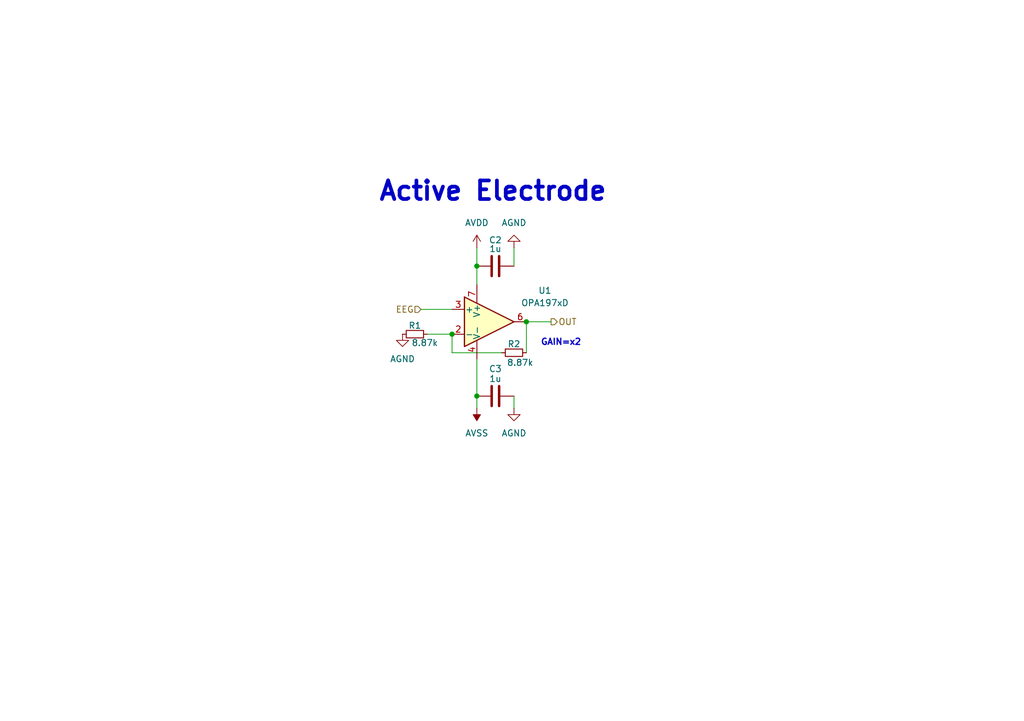
<source format=kicad_sch>
(kicad_sch
	(version 20250114)
	(generator "eeschema")
	(generator_version "9.0")
	(uuid "1d5f58b3-c1f4-4f17-b541-8603da8add77")
	(paper "A5")
	(title_block
		(title "Active Electrode")
		(date "2025-04-05")
	)
	(lib_symbols
		(symbol "Amplifier_Operational:OPA197xD"
			(pin_names
				(offset 0.127)
			)
			(exclude_from_sim no)
			(in_bom yes)
			(on_board yes)
			(property "Reference" "U"
				(at 0 6.35 0)
				(effects
					(font
						(size 1.27 1.27)
					)
					(justify left)
				)
			)
			(property "Value" "OPA197xD"
				(at 0 3.81 0)
				(effects
					(font
						(size 1.27 1.27)
					)
					(justify left)
				)
			)
			(property "Footprint" "Package_SO:SOIC-8_3.9x4.9mm_P1.27mm"
				(at -2.54 -5.08 0)
				(effects
					(font
						(size 1.27 1.27)
					)
					(justify left)
					(hide yes)
				)
			)
			(property "Datasheet" "http://www.ti.com/lit/ds/symlink/opa197.pdf"
				(at 3.81 3.81 0)
				(effects
					(font
						(size 1.27 1.27)
					)
					(hide yes)
				)
			)
			(property "Description" "Single 36V, Precision, Rail-to-Rail Input/Output, Low Offset Voltage, Operational Amplifier, SOIC-8"
				(at 0 0 0)
				(effects
					(font
						(size 1.27 1.27)
					)
					(hide yes)
				)
			)
			(property "ki_keywords" "single opamp rtor"
				(at 0 0 0)
				(effects
					(font
						(size 1.27 1.27)
					)
					(hide yes)
				)
			)
			(property "ki_fp_filters" "SOIC*3.9x4.9mm*P1.27mm*"
				(at 0 0 0)
				(effects
					(font
						(size 1.27 1.27)
					)
					(hide yes)
				)
			)
			(symbol "OPA197xD_0_1"
				(polyline
					(pts
						(xy -5.08 5.08) (xy 5.08 0) (xy -5.08 -5.08) (xy -5.08 5.08)
					)
					(stroke
						(width 0.254)
						(type default)
					)
					(fill
						(type background)
					)
				)
			)
			(symbol "OPA197xD_1_1"
				(pin input line
					(at -7.62 2.54 0)
					(length 2.54)
					(name "+"
						(effects
							(font
								(size 1.27 1.27)
							)
						)
					)
					(number "3"
						(effects
							(font
								(size 1.27 1.27)
							)
						)
					)
				)
				(pin input line
					(at -7.62 -2.54 0)
					(length 2.54)
					(name "-"
						(effects
							(font
								(size 1.27 1.27)
							)
						)
					)
					(number "2"
						(effects
							(font
								(size 1.27 1.27)
							)
						)
					)
				)
				(pin power_in line
					(at -2.54 7.62 270)
					(length 3.81)
					(name "V+"
						(effects
							(font
								(size 1.27 1.27)
							)
						)
					)
					(number "7"
						(effects
							(font
								(size 1.27 1.27)
							)
						)
					)
				)
				(pin no_connect line
					(at -2.54 2.54 270)
					(length 2.54)
					(hide yes)
					(name "NC"
						(effects
							(font
								(size 1.27 1.27)
							)
						)
					)
					(number "1"
						(effects
							(font
								(size 1.27 1.27)
							)
						)
					)
				)
				(pin power_in line
					(at -2.54 -7.62 90)
					(length 3.81)
					(name "V-"
						(effects
							(font
								(size 1.27 1.27)
							)
						)
					)
					(number "4"
						(effects
							(font
								(size 1.27 1.27)
							)
						)
					)
				)
				(pin no_connect line
					(at 0 2.54 270)
					(length 2.54)
					(hide yes)
					(name "NC"
						(effects
							(font
								(size 1.27 1.27)
							)
						)
					)
					(number "5"
						(effects
							(font
								(size 1.27 1.27)
							)
						)
					)
				)
				(pin no_connect line
					(at 0 -2.54 90)
					(length 2.54)
					(hide yes)
					(name "NC"
						(effects
							(font
								(size 1.27 1.27)
							)
						)
					)
					(number "8"
						(effects
							(font
								(size 1.27 1.27)
							)
						)
					)
				)
				(pin output line
					(at 7.62 0 180)
					(length 2.54)
					(name "~"
						(effects
							(font
								(size 1.27 1.27)
							)
						)
					)
					(number "6"
						(effects
							(font
								(size 1.27 1.27)
							)
						)
					)
				)
			)
			(embedded_fonts no)
		)
		(symbol "Device:C"
			(pin_numbers
				(hide yes)
			)
			(pin_names
				(offset 0.254)
			)
			(exclude_from_sim no)
			(in_bom yes)
			(on_board yes)
			(property "Reference" "C"
				(at 0.635 2.54 0)
				(effects
					(font
						(size 1.27 1.27)
					)
					(justify left)
				)
			)
			(property "Value" "C"
				(at 0.635 -2.54 0)
				(effects
					(font
						(size 1.27 1.27)
					)
					(justify left)
				)
			)
			(property "Footprint" ""
				(at 0.9652 -3.81 0)
				(effects
					(font
						(size 1.27 1.27)
					)
					(hide yes)
				)
			)
			(property "Datasheet" "~"
				(at 0 0 0)
				(effects
					(font
						(size 1.27 1.27)
					)
					(hide yes)
				)
			)
			(property "Description" "Unpolarized capacitor"
				(at 0 0 0)
				(effects
					(font
						(size 1.27 1.27)
					)
					(hide yes)
				)
			)
			(property "ki_keywords" "cap capacitor"
				(at 0 0 0)
				(effects
					(font
						(size 1.27 1.27)
					)
					(hide yes)
				)
			)
			(property "ki_fp_filters" "C_*"
				(at 0 0 0)
				(effects
					(font
						(size 1.27 1.27)
					)
					(hide yes)
				)
			)
			(symbol "C_0_1"
				(polyline
					(pts
						(xy -2.032 0.762) (xy 2.032 0.762)
					)
					(stroke
						(width 0.508)
						(type default)
					)
					(fill
						(type none)
					)
				)
				(polyline
					(pts
						(xy -2.032 -0.762) (xy 2.032 -0.762)
					)
					(stroke
						(width 0.508)
						(type default)
					)
					(fill
						(type none)
					)
				)
			)
			(symbol "C_1_1"
				(pin passive line
					(at 0 3.81 270)
					(length 2.794)
					(name "~"
						(effects
							(font
								(size 1.27 1.27)
							)
						)
					)
					(number "1"
						(effects
							(font
								(size 1.27 1.27)
							)
						)
					)
				)
				(pin passive line
					(at 0 -3.81 90)
					(length 2.794)
					(name "~"
						(effects
							(font
								(size 1.27 1.27)
							)
						)
					)
					(number "2"
						(effects
							(font
								(size 1.27 1.27)
							)
						)
					)
				)
			)
			(embedded_fonts no)
		)
		(symbol "Device:R_Small"
			(pin_numbers
				(hide yes)
			)
			(pin_names
				(offset 0.254)
				(hide yes)
			)
			(exclude_from_sim no)
			(in_bom yes)
			(on_board yes)
			(property "Reference" "R"
				(at 0.762 0.508 0)
				(effects
					(font
						(size 1.27 1.27)
					)
					(justify left)
				)
			)
			(property "Value" "R_Small"
				(at 0.762 -1.016 0)
				(effects
					(font
						(size 1.27 1.27)
					)
					(justify left)
				)
			)
			(property "Footprint" ""
				(at 0 0 0)
				(effects
					(font
						(size 1.27 1.27)
					)
					(hide yes)
				)
			)
			(property "Datasheet" "~"
				(at 0 0 0)
				(effects
					(font
						(size 1.27 1.27)
					)
					(hide yes)
				)
			)
			(property "Description" "Resistor, small symbol"
				(at 0 0 0)
				(effects
					(font
						(size 1.27 1.27)
					)
					(hide yes)
				)
			)
			(property "ki_keywords" "R resistor"
				(at 0 0 0)
				(effects
					(font
						(size 1.27 1.27)
					)
					(hide yes)
				)
			)
			(property "ki_fp_filters" "R_*"
				(at 0 0 0)
				(effects
					(font
						(size 1.27 1.27)
					)
					(hide yes)
				)
			)
			(symbol "R_Small_0_1"
				(rectangle
					(start -0.762 1.778)
					(end 0.762 -1.778)
					(stroke
						(width 0.2032)
						(type default)
					)
					(fill
						(type none)
					)
				)
			)
			(symbol "R_Small_1_1"
				(pin passive line
					(at 0 2.54 270)
					(length 0.762)
					(name "~"
						(effects
							(font
								(size 1.27 1.27)
							)
						)
					)
					(number "1"
						(effects
							(font
								(size 1.27 1.27)
							)
						)
					)
				)
				(pin passive line
					(at 0 -2.54 90)
					(length 0.762)
					(name "~"
						(effects
							(font
								(size 1.27 1.27)
							)
						)
					)
					(number "2"
						(effects
							(font
								(size 1.27 1.27)
							)
						)
					)
				)
			)
			(embedded_fonts no)
		)
		(symbol "power:+3V3"
			(power)
			(pin_numbers
				(hide yes)
			)
			(pin_names
				(offset 0)
				(hide yes)
			)
			(exclude_from_sim no)
			(in_bom yes)
			(on_board yes)
			(property "Reference" "#PWR"
				(at 0 -3.81 0)
				(effects
					(font
						(size 1.27 1.27)
					)
					(hide yes)
				)
			)
			(property "Value" "+3V3"
				(at 0 3.556 0)
				(effects
					(font
						(size 1.27 1.27)
					)
				)
			)
			(property "Footprint" ""
				(at 0 0 0)
				(effects
					(font
						(size 1.27 1.27)
					)
					(hide yes)
				)
			)
			(property "Datasheet" ""
				(at 0 0 0)
				(effects
					(font
						(size 1.27 1.27)
					)
					(hide yes)
				)
			)
			(property "Description" "Power symbol creates a global label with name \"+3V3\""
				(at 0 0 0)
				(effects
					(font
						(size 1.27 1.27)
					)
					(hide yes)
				)
			)
			(property "ki_keywords" "global power"
				(at 0 0 0)
				(effects
					(font
						(size 1.27 1.27)
					)
					(hide yes)
				)
			)
			(symbol "+3V3_0_1"
				(polyline
					(pts
						(xy -0.762 1.27) (xy 0 2.54)
					)
					(stroke
						(width 0)
						(type default)
					)
					(fill
						(type none)
					)
				)
				(polyline
					(pts
						(xy 0 2.54) (xy 0.762 1.27)
					)
					(stroke
						(width 0)
						(type default)
					)
					(fill
						(type none)
					)
				)
				(polyline
					(pts
						(xy 0 0) (xy 0 2.54)
					)
					(stroke
						(width 0)
						(type default)
					)
					(fill
						(type none)
					)
				)
			)
			(symbol "+3V3_1_1"
				(pin power_in line
					(at 0 0 90)
					(length 0)
					(name "~"
						(effects
							(font
								(size 1.27 1.27)
							)
						)
					)
					(number "1"
						(effects
							(font
								(size 1.27 1.27)
							)
						)
					)
				)
			)
			(embedded_fonts no)
		)
		(symbol "power:-3V3"
			(power)
			(pin_numbers
				(hide yes)
			)
			(pin_names
				(offset 0)
				(hide yes)
			)
			(exclude_from_sim no)
			(in_bom yes)
			(on_board yes)
			(property "Reference" "#PWR"
				(at 0 -3.81 0)
				(effects
					(font
						(size 1.27 1.27)
					)
					(hide yes)
				)
			)
			(property "Value" "-3V3"
				(at 0 3.556 0)
				(effects
					(font
						(size 1.27 1.27)
					)
				)
			)
			(property "Footprint" ""
				(at 0 0 0)
				(effects
					(font
						(size 1.27 1.27)
					)
					(hide yes)
				)
			)
			(property "Datasheet" ""
				(at 0 0 0)
				(effects
					(font
						(size 1.27 1.27)
					)
					(hide yes)
				)
			)
			(property "Description" "Power symbol creates a global label with name \"-3V3\""
				(at 0 0 0)
				(effects
					(font
						(size 1.27 1.27)
					)
					(hide yes)
				)
			)
			(property "ki_keywords" "global power"
				(at 0 0 0)
				(effects
					(font
						(size 1.27 1.27)
					)
					(hide yes)
				)
			)
			(symbol "-3V3_0_0"
				(pin power_in line
					(at 0 0 90)
					(length 0)
					(name "~"
						(effects
							(font
								(size 1.27 1.27)
							)
						)
					)
					(number "1"
						(effects
							(font
								(size 1.27 1.27)
							)
						)
					)
				)
			)
			(symbol "-3V3_0_1"
				(polyline
					(pts
						(xy 0 0) (xy 0 1.27) (xy 0.762 1.27) (xy 0 2.54) (xy -0.762 1.27) (xy 0 1.27)
					)
					(stroke
						(width 0)
						(type default)
					)
					(fill
						(type outline)
					)
				)
			)
			(embedded_fonts no)
		)
		(symbol "power:GND"
			(power)
			(pin_numbers
				(hide yes)
			)
			(pin_names
				(offset 0)
				(hide yes)
			)
			(exclude_from_sim no)
			(in_bom yes)
			(on_board yes)
			(property "Reference" "#PWR"
				(at 0 -6.35 0)
				(effects
					(font
						(size 1.27 1.27)
					)
					(hide yes)
				)
			)
			(property "Value" "GND"
				(at 0 -3.81 0)
				(effects
					(font
						(size 1.27 1.27)
					)
				)
			)
			(property "Footprint" ""
				(at 0 0 0)
				(effects
					(font
						(size 1.27 1.27)
					)
					(hide yes)
				)
			)
			(property "Datasheet" ""
				(at 0 0 0)
				(effects
					(font
						(size 1.27 1.27)
					)
					(hide yes)
				)
			)
			(property "Description" "Power symbol creates a global label with name \"GND\" , ground"
				(at 0 0 0)
				(effects
					(font
						(size 1.27 1.27)
					)
					(hide yes)
				)
			)
			(property "ki_keywords" "global power"
				(at 0 0 0)
				(effects
					(font
						(size 1.27 1.27)
					)
					(hide yes)
				)
			)
			(symbol "GND_0_1"
				(polyline
					(pts
						(xy 0 0) (xy 0 -1.27) (xy 1.27 -1.27) (xy 0 -2.54) (xy -1.27 -1.27) (xy 0 -1.27)
					)
					(stroke
						(width 0)
						(type default)
					)
					(fill
						(type none)
					)
				)
			)
			(symbol "GND_1_1"
				(pin power_in line
					(at 0 0 270)
					(length 0)
					(name "~"
						(effects
							(font
								(size 1.27 1.27)
							)
						)
					)
					(number "1"
						(effects
							(font
								(size 1.27 1.27)
							)
						)
					)
				)
			)
			(embedded_fonts no)
		)
	)
	(text "Active Electrode\n"
		(exclude_from_sim no)
		(at 101.092 39.37 0)
		(effects
			(font
				(size 3.81 3.81)
				(thickness 0.762)
				(bold yes)
			)
		)
		(uuid "dbbbc8d8-ac72-46d0-b650-0987edbd1a87")
	)
	(text "GAIN=x2\n"
		(exclude_from_sim no)
		(at 115.062 70.358 0)
		(effects
			(font
				(size 1.27 1.27)
				(thickness 0.254)
				(bold yes)
			)
		)
		(uuid "e6589424-db56-4b2c-a4dc-d0888cf82153")
	)
	(junction
		(at 107.95 66.04)
		(diameter 0)
		(color 0 0 0 0)
		(uuid "298e06f9-c5c0-416e-a3d2-a5a118df3059")
	)
	(junction
		(at 92.71 68.58)
		(diameter 0)
		(color 0 0 0 0)
		(uuid "4f7ee56d-9648-4e59-82bf-61b385535743")
	)
	(junction
		(at 97.79 54.61)
		(diameter 0)
		(color 0 0 0 0)
		(uuid "7541e7f6-966d-4433-b41e-51f6c2ee788f")
	)
	(junction
		(at 97.79 81.28)
		(diameter 0)
		(color 0 0 0 0)
		(uuid "fc2db451-03b3-4a41-95ce-663d5142dfd0")
	)
	(wire
		(pts
			(xy 87.63 68.58) (xy 92.71 68.58)
		)
		(stroke
			(width 0)
			(type default)
		)
		(uuid "1c19d61f-a82b-427e-a7c2-71dd3e4ee5e7")
	)
	(wire
		(pts
			(xy 107.95 66.04) (xy 107.95 72.39)
		)
		(stroke
			(width 0)
			(type default)
		)
		(uuid "201af4ad-4b90-4bb6-a158-86198bf4b250")
	)
	(wire
		(pts
			(xy 97.79 73.66) (xy 97.79 81.28)
		)
		(stroke
			(width 0)
			(type default)
		)
		(uuid "327332cf-b803-4458-a17f-0108146d4f53")
	)
	(wire
		(pts
			(xy 92.71 68.58) (xy 92.71 72.39)
		)
		(stroke
			(width 0)
			(type default)
		)
		(uuid "4a49fd87-c47a-42c9-bc19-54bb23d7f38a")
	)
	(wire
		(pts
			(xy 86.36 63.5) (xy 92.71 63.5)
		)
		(stroke
			(width 0)
			(type default)
		)
		(uuid "966d1d1c-6991-49dc-9f1d-70ec94c189c7")
	)
	(wire
		(pts
			(xy 97.79 54.61) (xy 97.79 58.42)
		)
		(stroke
			(width 0)
			(type default)
		)
		(uuid "a69326bb-96c3-4101-a02c-0b7624152480")
	)
	(wire
		(pts
			(xy 107.95 66.04) (xy 113.03 66.04)
		)
		(stroke
			(width 0)
			(type default)
		)
		(uuid "a6a2065e-36dd-4662-9014-7bef1e24bc6a")
	)
	(wire
		(pts
			(xy 97.79 81.28) (xy 97.79 83.82)
		)
		(stroke
			(width 0)
			(type default)
		)
		(uuid "a8f71cf4-17e8-4a30-b1fa-d7d08a00bda7")
	)
	(wire
		(pts
			(xy 105.41 50.8) (xy 105.41 54.61)
		)
		(stroke
			(width 0)
			(type default)
		)
		(uuid "adce8db8-c850-4d70-9a45-32d27874aeda")
	)
	(wire
		(pts
			(xy 92.71 72.39) (xy 102.87 72.39)
		)
		(stroke
			(width 0)
			(type default)
		)
		(uuid "c3d8e189-8cef-4df4-89a0-205686503857")
	)
	(wire
		(pts
			(xy 105.41 83.82) (xy 105.41 81.28)
		)
		(stroke
			(width 0)
			(type default)
		)
		(uuid "c957f5ca-68f9-440f-9e88-c73d3e191a03")
	)
	(wire
		(pts
			(xy 97.79 50.8) (xy 97.79 54.61)
		)
		(stroke
			(width 0)
			(type default)
		)
		(uuid "da8620e1-793c-497e-9511-f7ac47eef1e6")
	)
	(hierarchical_label "EEG"
		(shape input)
		(at 86.36 63.5 180)
		(effects
			(font
				(size 1.27 1.27)
			)
			(justify right)
		)
		(uuid "70608188-619e-4cf1-b800-a4f8e4c6eda9")
	)
	(hierarchical_label "OUT"
		(shape output)
		(at 113.03 66.04 0)
		(effects
			(font
				(size 1.27 1.27)
			)
			(justify left)
		)
		(uuid "eaf1600e-13eb-42eb-b717-b2c3a5efb53a")
	)
	(symbol
		(lib_id "Amplifier_Operational:OPA197xD")
		(at 100.33 66.04 0)
		(unit 1)
		(exclude_from_sim no)
		(in_bom yes)
		(on_board yes)
		(dnp no)
		(fields_autoplaced yes)
		(uuid "17156e43-9842-4f6f-8031-5ac079424b38")
		(property "Reference" "U1"
			(at 111.76 59.6198 0)
			(effects
				(font
					(size 1.27 1.27)
				)
			)
		)
		(property "Value" "OPA197xD"
			(at 111.76 62.1598 0)
			(effects
				(font
					(size 1.27 1.27)
				)
			)
		)
		(property "Footprint" "Package_SO:SOIC-8_3.9x4.9mm_P1.27mm"
			(at 97.79 71.12 0)
			(effects
				(font
					(size 1.27 1.27)
				)
				(justify left)
				(hide yes)
			)
		)
		(property "Datasheet" "http://www.ti.com/lit/ds/symlink/opa197.pdf"
			(at 104.14 62.23 0)
			(effects
				(font
					(size 1.27 1.27)
				)
				(hide yes)
			)
		)
		(property "Description" "Single 36V, Precision, Rail-to-Rail Input/Output, Low Offset Voltage, Operational Amplifier, SOIC-8"
			(at 100.33 66.04 0)
			(effects
				(font
					(size 1.27 1.27)
				)
				(hide yes)
			)
		)
		(pin "3"
			(uuid "87401c5d-de41-4842-bf35-c658b14ad697")
		)
		(pin "6"
			(uuid "063b12a1-1c13-4858-8065-78d39916b1f6")
		)
		(pin "1"
			(uuid "e35e4e4a-c656-4e3e-8864-e621f4addb46")
		)
		(pin "8"
			(uuid "0b700c33-7c25-4775-9963-f3f3d79c6958")
		)
		(pin "4"
			(uuid "0a09e1aa-b4d4-4578-a0c7-e957444d4975")
		)
		(pin "2"
			(uuid "578b91fd-18c0-44bb-a463-e2bade12054f")
		)
		(pin "7"
			(uuid "57bad39d-0197-43a9-beb8-7610346ef13f")
		)
		(pin "5"
			(uuid "43110717-84c8-4a9e-b3ec-cc404cc82c0b")
		)
		(instances
			(project ""
				(path "/1d5f58b3-c1f4-4f17-b541-8603da8add77"
					(reference "U1")
					(unit 1)
				)
			)
		)
	)
	(symbol
		(lib_id "power:GND")
		(at 82.55 68.58 0)
		(unit 1)
		(exclude_from_sim no)
		(in_bom yes)
		(on_board yes)
		(dnp no)
		(uuid "3de0d4d3-d134-40c6-879d-4ac4489b1446")
		(property "Reference" "#PWR05"
			(at 82.55 74.93 0)
			(effects
				(font
					(size 1.27 1.27)
				)
				(hide yes)
			)
		)
		(property "Value" "AGND"
			(at 82.55 73.66 0)
			(effects
				(font
					(size 1.27 1.27)
				)
			)
		)
		(property "Footprint" ""
			(at 82.55 68.58 0)
			(effects
				(font
					(size 1.27 1.27)
				)
				(hide yes)
			)
		)
		(property "Datasheet" ""
			(at 82.55 68.58 0)
			(effects
				(font
					(size 1.27 1.27)
				)
				(hide yes)
			)
		)
		(property "Description" "Power symbol creates a global label with name \"GND\" , ground"
			(at 82.55 68.58 0)
			(effects
				(font
					(size 1.27 1.27)
				)
				(hide yes)
			)
		)
		(pin "1"
			(uuid "aa36041f-569a-4569-ae25-9bbd310a4b48")
		)
		(instances
			(project "active_electrode"
				(path "/1d5f58b3-c1f4-4f17-b541-8603da8add77"
					(reference "#PWR05")
					(unit 1)
				)
			)
		)
	)
	(symbol
		(lib_id "power:GND")
		(at 105.41 83.82 0)
		(unit 1)
		(exclude_from_sim no)
		(in_bom yes)
		(on_board yes)
		(dnp no)
		(uuid "92c2977c-aaf6-4148-8a7f-97743268a587")
		(property "Reference" "#PWR03"
			(at 105.41 90.17 0)
			(effects
				(font
					(size 1.27 1.27)
				)
				(hide yes)
			)
		)
		(property "Value" "AGND"
			(at 105.41 88.9 0)
			(effects
				(font
					(size 1.27 1.27)
				)
			)
		)
		(property "Footprint" ""
			(at 105.41 83.82 0)
			(effects
				(font
					(size 1.27 1.27)
				)
				(hide yes)
			)
		)
		(property "Datasheet" ""
			(at 105.41 83.82 0)
			(effects
				(font
					(size 1.27 1.27)
				)
				(hide yes)
			)
		)
		(property "Description" "Power symbol creates a global label with name \"GND\" , ground"
			(at 105.41 83.82 0)
			(effects
				(font
					(size 1.27 1.27)
				)
				(hide yes)
			)
		)
		(pin "1"
			(uuid "8fa4c2b2-4342-45ad-a99a-13076de443b8")
		)
		(instances
			(project ""
				(path "/1d5f58b3-c1f4-4f17-b541-8603da8add77"
					(reference "#PWR03")
					(unit 1)
				)
			)
		)
	)
	(symbol
		(lib_id "Device:C")
		(at 101.6 81.28 90)
		(unit 1)
		(exclude_from_sim no)
		(in_bom yes)
		(on_board yes)
		(dnp no)
		(uuid "9714b382-355e-4eae-ab93-477290b01730")
		(property "Reference" "C3"
			(at 101.6 75.692 90)
			(effects
				(font
					(size 1.27 1.27)
				)
			)
		)
		(property "Value" "1u"
			(at 101.6 77.724 90)
			(effects
				(font
					(size 1.27 1.27)
				)
			)
		)
		(property "Footprint" "Capacitor_SMD:C_0805_2012Metric"
			(at 105.41 80.3148 0)
			(effects
				(font
					(size 1.27 1.27)
				)
				(hide yes)
			)
		)
		(property "Datasheet" "~"
			(at 101.6 81.28 0)
			(effects
				(font
					(size 1.27 1.27)
				)
				(hide yes)
			)
		)
		(property "Description" "Unpolarized capacitor"
			(at 101.6 81.28 0)
			(effects
				(font
					(size 1.27 1.27)
				)
				(hide yes)
			)
		)
		(pin "1"
			(uuid "7d2ca677-83c4-43cc-9dfd-61530df5c8f9")
		)
		(pin "2"
			(uuid "7c374b0d-5346-4d71-b8ad-49d69f52c3f1")
		)
		(instances
			(project "active_electrode"
				(path "/1d5f58b3-c1f4-4f17-b541-8603da8add77"
					(reference "C3")
					(unit 1)
				)
			)
		)
	)
	(symbol
		(lib_id "Device:C")
		(at 101.6 54.61 90)
		(unit 1)
		(exclude_from_sim no)
		(in_bom yes)
		(on_board yes)
		(dnp no)
		(uuid "9e650d08-d148-446f-a93b-d1c0f2848c99")
		(property "Reference" "C2"
			(at 101.6 49.276 90)
			(effects
				(font
					(size 1.27 1.27)
				)
			)
		)
		(property "Value" "1u"
			(at 101.6 51.054 90)
			(effects
				(font
					(size 1.27 1.27)
				)
			)
		)
		(property "Footprint" "Capacitor_SMD:C_0805_2012Metric"
			(at 105.41 53.6448 0)
			(effects
				(font
					(size 1.27 1.27)
				)
				(hide yes)
			)
		)
		(property "Datasheet" "~"
			(at 101.6 54.61 0)
			(effects
				(font
					(size 1.27 1.27)
				)
				(hide yes)
			)
		)
		(property "Description" "Unpolarized capacitor"
			(at 101.6 54.61 0)
			(effects
				(font
					(size 1.27 1.27)
				)
				(hide yes)
			)
		)
		(pin "1"
			(uuid "a0afa9cc-8f11-453f-97c2-7ed1ad98abe7")
		)
		(pin "2"
			(uuid "3f5dae07-b4e7-4e59-a71c-c16a418f8d2a")
		)
		(instances
			(project ""
				(path "/1d5f58b3-c1f4-4f17-b541-8603da8add77"
					(reference "C2")
					(unit 1)
				)
			)
		)
	)
	(symbol
		(lib_id "Device:R_Small")
		(at 85.09 68.58 90)
		(unit 1)
		(exclude_from_sim no)
		(in_bom yes)
		(on_board yes)
		(dnp no)
		(uuid "b59b72dd-77bf-4483-ad75-41568b4b592e")
		(property "Reference" "R1"
			(at 85.09 66.802 90)
			(effects
				(font
					(size 1.27 1.27)
				)
			)
		)
		(property "Value" "8.87k"
			(at 87.122 70.358 90)
			(effects
				(font
					(size 1.27 1.27)
				)
			)
		)
		(property "Footprint" "Resistor_SMD:R_0805_2012Metric"
			(at 85.09 68.58 0)
			(effects
				(font
					(size 1.27 1.27)
				)
				(hide yes)
			)
		)
		(property "Datasheet" "~"
			(at 85.09 68.58 0)
			(effects
				(font
					(size 1.27 1.27)
				)
				(hide yes)
			)
		)
		(property "Description" "Resistor, small symbol"
			(at 85.09 68.58 0)
			(effects
				(font
					(size 1.27 1.27)
				)
				(hide yes)
			)
		)
		(pin "1"
			(uuid "f42c3f1a-53e0-4fcf-a186-d0d8fb37bbd9")
		)
		(pin "2"
			(uuid "c9d54c32-d1e2-4882-bd54-ae994acfad29")
		)
		(instances
			(project "active_electrode"
				(path "/1d5f58b3-c1f4-4f17-b541-8603da8add77"
					(reference "R1")
					(unit 1)
				)
			)
		)
	)
	(symbol
		(lib_id "power:GND")
		(at 105.41 50.8 180)
		(unit 1)
		(exclude_from_sim no)
		(in_bom yes)
		(on_board yes)
		(dnp no)
		(uuid "c6b9223f-84ae-4b80-a819-d0fc91f1eadc")
		(property "Reference" "#PWR04"
			(at 105.41 44.45 0)
			(effects
				(font
					(size 1.27 1.27)
				)
				(hide yes)
			)
		)
		(property "Value" "AGND"
			(at 105.41 45.72 0)
			(effects
				(font
					(size 1.27 1.27)
				)
			)
		)
		(property "Footprint" ""
			(at 105.41 50.8 0)
			(effects
				(font
					(size 1.27 1.27)
				)
				(hide yes)
			)
		)
		(property "Datasheet" ""
			(at 105.41 50.8 0)
			(effects
				(font
					(size 1.27 1.27)
				)
				(hide yes)
			)
		)
		(property "Description" "Power symbol creates a global label with name \"GND\" , ground"
			(at 105.41 50.8 0)
			(effects
				(font
					(size 1.27 1.27)
				)
				(hide yes)
			)
		)
		(pin "1"
			(uuid "d106a50c-8530-44d7-8cec-9df5d65bbd8f")
		)
		(instances
			(project "active_electrode"
				(path "/1d5f58b3-c1f4-4f17-b541-8603da8add77"
					(reference "#PWR04")
					(unit 1)
				)
			)
		)
	)
	(symbol
		(lib_id "power:-3V3")
		(at 97.79 83.82 180)
		(unit 1)
		(exclude_from_sim no)
		(in_bom yes)
		(on_board yes)
		(dnp no)
		(fields_autoplaced yes)
		(uuid "cbb151b1-ac29-4013-8832-55efa709726c")
		(property "Reference" "#PWR02"
			(at 97.79 80.01 0)
			(effects
				(font
					(size 1.27 1.27)
				)
				(hide yes)
			)
		)
		(property "Value" "AVSS"
			(at 97.79 88.9 0)
			(effects
				(font
					(size 1.27 1.27)
				)
			)
		)
		(property "Footprint" ""
			(at 97.79 83.82 0)
			(effects
				(font
					(size 1.27 1.27)
				)
				(hide yes)
			)
		)
		(property "Datasheet" ""
			(at 97.79 83.82 0)
			(effects
				(font
					(size 1.27 1.27)
				)
				(hide yes)
			)
		)
		(property "Description" "Power symbol creates a global label with name \"-3V3\""
			(at 97.79 83.82 0)
			(effects
				(font
					(size 1.27 1.27)
				)
				(hide yes)
			)
		)
		(pin "1"
			(uuid "e84aface-ea0f-4fd0-a002-ddc3bfbba150")
		)
		(instances
			(project ""
				(path "/1d5f58b3-c1f4-4f17-b541-8603da8add77"
					(reference "#PWR02")
					(unit 1)
				)
			)
		)
	)
	(symbol
		(lib_id "power:+3V3")
		(at 97.79 50.8 0)
		(unit 1)
		(exclude_from_sim no)
		(in_bom yes)
		(on_board yes)
		(dnp no)
		(fields_autoplaced yes)
		(uuid "e219b4d6-c8bd-4f38-9b00-6eb9887397de")
		(property "Reference" "#PWR01"
			(at 97.79 54.61 0)
			(effects
				(font
					(size 1.27 1.27)
				)
				(hide yes)
			)
		)
		(property "Value" "AVDD"
			(at 97.79 45.72 0)
			(effects
				(font
					(size 1.27 1.27)
				)
			)
		)
		(property "Footprint" ""
			(at 97.79 50.8 0)
			(effects
				(font
					(size 1.27 1.27)
				)
				(hide yes)
			)
		)
		(property "Datasheet" ""
			(at 97.79 50.8 0)
			(effects
				(font
					(size 1.27 1.27)
				)
				(hide yes)
			)
		)
		(property "Description" "Power symbol creates a global label with name \"+3V3\""
			(at 97.79 50.8 0)
			(effects
				(font
					(size 1.27 1.27)
				)
				(hide yes)
			)
		)
		(pin "1"
			(uuid "1e7cd4e3-e049-4e2a-9250-fc94318daf74")
		)
		(instances
			(project ""
				(path "/1d5f58b3-c1f4-4f17-b541-8603da8add77"
					(reference "#PWR01")
					(unit 1)
				)
			)
		)
	)
	(symbol
		(lib_id "Device:R_Small")
		(at 105.41 72.39 90)
		(unit 1)
		(exclude_from_sim no)
		(in_bom yes)
		(on_board yes)
		(dnp no)
		(uuid "fba24534-0a48-49c5-81cc-ffce991b63c3")
		(property "Reference" "R2"
			(at 105.41 70.612 90)
			(effects
				(font
					(size 1.27 1.27)
				)
			)
		)
		(property "Value" "8.87k"
			(at 106.68 74.422 90)
			(effects
				(font
					(size 1.27 1.27)
				)
			)
		)
		(property "Footprint" "Resistor_SMD:R_0805_2012Metric"
			(at 105.41 72.39 0)
			(effects
				(font
					(size 1.27 1.27)
				)
				(hide yes)
			)
		)
		(property "Datasheet" "~"
			(at 105.41 72.39 0)
			(effects
				(font
					(size 1.27 1.27)
				)
				(hide yes)
			)
		)
		(property "Description" "Resistor, small symbol"
			(at 105.41 72.39 0)
			(effects
				(font
					(size 1.27 1.27)
				)
				(hide yes)
			)
		)
		(pin "1"
			(uuid "afa34dc6-c067-4cce-8555-bc060dffb88c")
		)
		(pin "2"
			(uuid "3296b223-4184-4467-8be9-75d89fb3736a")
		)
		(instances
			(project ""
				(path "/1d5f58b3-c1f4-4f17-b541-8603da8add77"
					(reference "R2")
					(unit 1)
				)
			)
		)
	)
	(sheet_instances
		(path "/"
			(page "1")
		)
	)
	(embedded_fonts no)
)

</source>
